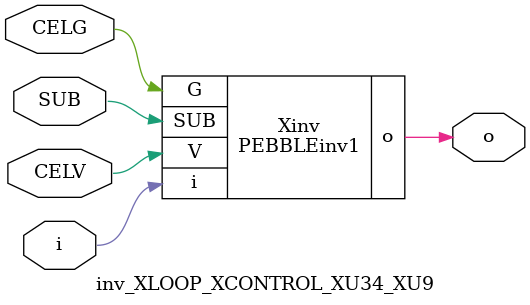
<source format=v>



module PEBBLEinv1 ( o, G, SUB, V, i );

  input V;
  input i;
  input G;
  output o;
  input SUB;
endmodule

//Celera Confidential Do Not Copy inv_XLOOP_XCONTROL_XU34_XU9
//Celera Confidential Symbol Generator
//5V Inverter
module inv_XLOOP_XCONTROL_XU34_XU9 (CELV,CELG,i,o,SUB);
input CELV;
input CELG;
input i;
input SUB;
output o;

//Celera Confidential Do Not Copy inv
PEBBLEinv1 Xinv(
.V (CELV),
.i (i),
.o (o),
.SUB (SUB),
.G (CELG)
);
//,diesize,PEBBLEinv1

//Celera Confidential Do Not Copy Module End
//Celera Schematic Generator
endmodule

</source>
